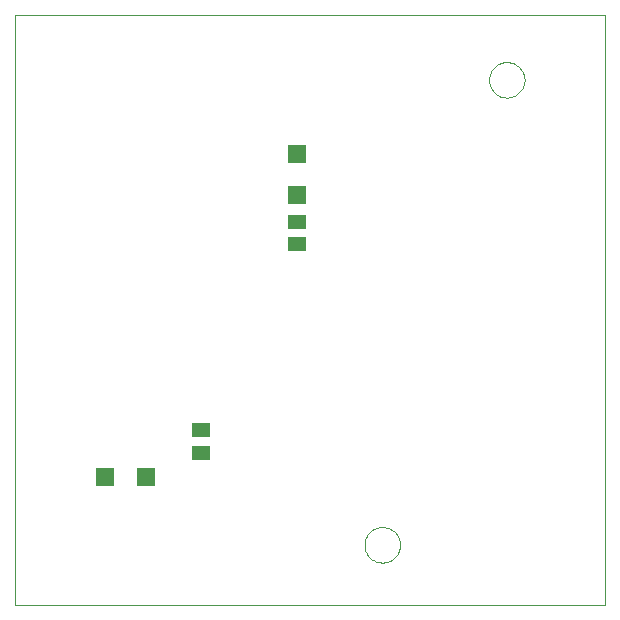
<source format=gtp>
G75*
G70*
%OFA0B0*%
%FSLAX24Y24*%
%IPPOS*%
%LPD*%
%AMOC8*
5,1,8,0,0,1.08239X$1,22.5*
%
%ADD10C,0.0000*%
%ADD11R,0.0591X0.0591*%
%ADD12R,0.0591X0.0512*%
D10*
X001189Y005227D02*
X001189Y024912D01*
X020874Y024912D01*
X020874Y005227D01*
X001189Y005227D01*
X012848Y007240D02*
X012850Y007288D01*
X012856Y007336D01*
X012866Y007383D01*
X012879Y007429D01*
X012897Y007474D01*
X012917Y007518D01*
X012942Y007560D01*
X012970Y007599D01*
X013000Y007636D01*
X013034Y007670D01*
X013071Y007702D01*
X013109Y007731D01*
X013150Y007756D01*
X013193Y007778D01*
X013238Y007796D01*
X013284Y007810D01*
X013331Y007821D01*
X013379Y007828D01*
X013427Y007831D01*
X013475Y007830D01*
X013523Y007825D01*
X013571Y007816D01*
X013617Y007804D01*
X013662Y007787D01*
X013706Y007767D01*
X013748Y007744D01*
X013788Y007717D01*
X013826Y007687D01*
X013861Y007654D01*
X013893Y007618D01*
X013923Y007580D01*
X013949Y007539D01*
X013971Y007496D01*
X013991Y007452D01*
X014006Y007407D01*
X014018Y007360D01*
X014026Y007312D01*
X014030Y007264D01*
X014030Y007216D01*
X014026Y007168D01*
X014018Y007120D01*
X014006Y007073D01*
X013991Y007028D01*
X013971Y006984D01*
X013949Y006941D01*
X013923Y006900D01*
X013893Y006862D01*
X013861Y006826D01*
X013826Y006793D01*
X013788Y006763D01*
X013748Y006736D01*
X013706Y006713D01*
X013662Y006693D01*
X013617Y006676D01*
X013571Y006664D01*
X013523Y006655D01*
X013475Y006650D01*
X013427Y006649D01*
X013379Y006652D01*
X013331Y006659D01*
X013284Y006670D01*
X013238Y006684D01*
X013193Y006702D01*
X013150Y006724D01*
X013109Y006749D01*
X013071Y006778D01*
X013034Y006810D01*
X013000Y006844D01*
X012970Y006881D01*
X012942Y006920D01*
X012917Y006962D01*
X012897Y007006D01*
X012879Y007051D01*
X012866Y007097D01*
X012856Y007144D01*
X012850Y007192D01*
X012848Y007240D01*
X016998Y022740D02*
X017000Y022788D01*
X017006Y022836D01*
X017016Y022883D01*
X017029Y022929D01*
X017047Y022974D01*
X017067Y023018D01*
X017092Y023060D01*
X017120Y023099D01*
X017150Y023136D01*
X017184Y023170D01*
X017221Y023202D01*
X017259Y023231D01*
X017300Y023256D01*
X017343Y023278D01*
X017388Y023296D01*
X017434Y023310D01*
X017481Y023321D01*
X017529Y023328D01*
X017577Y023331D01*
X017625Y023330D01*
X017673Y023325D01*
X017721Y023316D01*
X017767Y023304D01*
X017812Y023287D01*
X017856Y023267D01*
X017898Y023244D01*
X017938Y023217D01*
X017976Y023187D01*
X018011Y023154D01*
X018043Y023118D01*
X018073Y023080D01*
X018099Y023039D01*
X018121Y022996D01*
X018141Y022952D01*
X018156Y022907D01*
X018168Y022860D01*
X018176Y022812D01*
X018180Y022764D01*
X018180Y022716D01*
X018176Y022668D01*
X018168Y022620D01*
X018156Y022573D01*
X018141Y022528D01*
X018121Y022484D01*
X018099Y022441D01*
X018073Y022400D01*
X018043Y022362D01*
X018011Y022326D01*
X017976Y022293D01*
X017938Y022263D01*
X017898Y022236D01*
X017856Y022213D01*
X017812Y022193D01*
X017767Y022176D01*
X017721Y022164D01*
X017673Y022155D01*
X017625Y022150D01*
X017577Y022149D01*
X017529Y022152D01*
X017481Y022159D01*
X017434Y022170D01*
X017388Y022184D01*
X017343Y022202D01*
X017300Y022224D01*
X017259Y022249D01*
X017221Y022278D01*
X017184Y022310D01*
X017150Y022344D01*
X017120Y022381D01*
X017092Y022420D01*
X017067Y022462D01*
X017047Y022506D01*
X017029Y022551D01*
X017016Y022597D01*
X017006Y022644D01*
X017000Y022692D01*
X016998Y022740D01*
D11*
X010589Y020279D03*
X010589Y018901D03*
X005578Y009490D03*
X004200Y009490D03*
D12*
X007389Y010316D03*
X007389Y011064D03*
X010589Y017266D03*
X010589Y018014D03*
M02*

</source>
